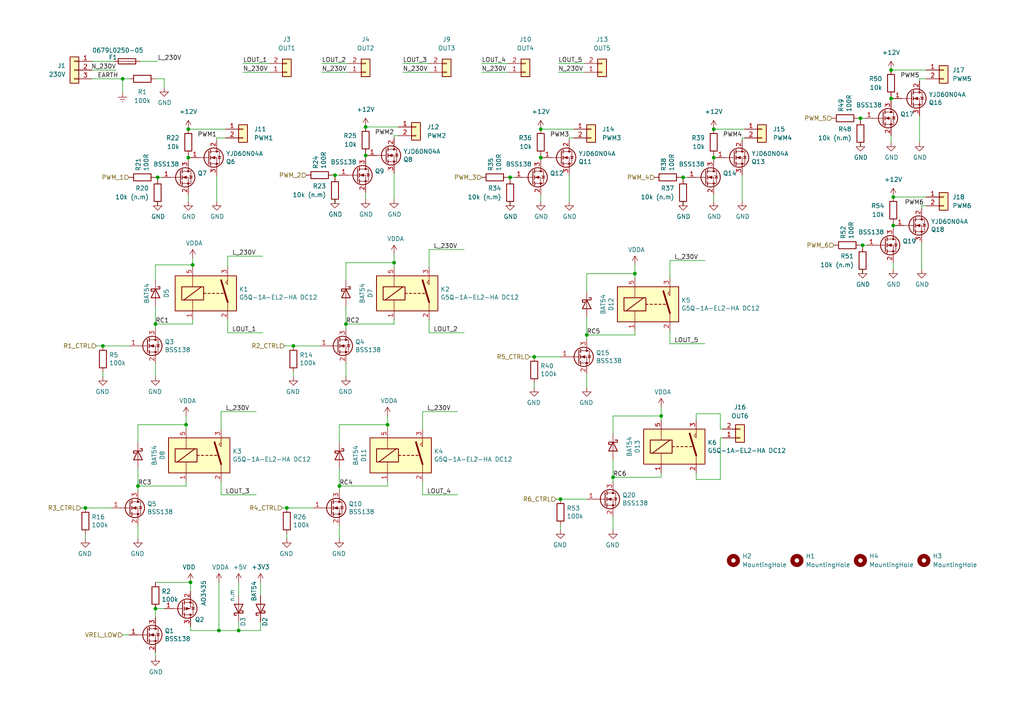
<source format=kicad_sch>
(kicad_sch (version 20211123) (generator eeschema)
  (paper "A4")
  (lib_symbols
    (symbol "Connector_Generic:Conn_01x02" (pin_names (offset 1.016) hide)
      (property "Reference" "J" (at 0 2.54 0))
      (property "Value" "Conn_01x02" (at 0 -5.08 0))
      (symbol "Conn_01x02_1_1"
        (pin passive line (at -5.08 0 0) (length 3.81) (name "Pin_1") (number "1"))
        (pin passive line (at -5.08 -2.54 0) (length 3.81) (name "Pin_2") (number "2"))
      )
    )
    (symbol "Connector_Generic:Conn_01x03" (pin_names (offset 1.016) hide)
      (property "Reference" "J" (at 0 5.08 0))
      (property "Value" "Conn_01x03" (at 0 -5.08 0))
      (symbol "Conn_01x03_1_1"
        (pin passive line (at -5.08 2.54 0) (length 3.81) (name "Pin_1") (number "1"))
        (pin passive line (at -5.08 0 0) (length 3.81) (name "Pin_2") (number "2"))
        (pin passive line (at -5.08 -2.54 0) (length 3.81) (name "Pin_3") (number "3"))
      )
    )
    (symbol "Device:Fuse" (pin_numbers hide) (pin_names (offset 0))
      (property "Reference" "F" (at 2.032 0 90))
      (property "Value" "Fuse" (at -1.905 0 90))
      (symbol "Fuse_1_1"
        (pin passive line (at 0 3.81 270) (length 1.27) (name "~") (number "1"))
        (pin passive line (at 0 -3.81 90) (length 1.27) (name "~") (number "2"))
      )
    )
    (symbol "Device:R" (pin_numbers hide) (pin_names (offset 0))
      (property "Reference" "R" (at 2.032 0 90))
      (property "Value" "R" (at 0 0 90))
      (symbol "R_1_1"
        (pin passive line (at 0 3.81 270) (length 1.27) (name "~") (number "1"))
        (pin passive line (at 0 -3.81 90) (length 1.27) (name "~") (number "2"))
      )
    )
    (symbol "Diode:BAR43FILM" (pin_numbers hide) (pin_names (offset 1.016) hide)
      (property "Reference" "D" (at 0 2.54 0))
      (property "Value" "BAR43FILM" (at 0 -2.54 0))
      (symbol "BAR43FILM_1_1"
        (pin passive line (at 3.81 0 180) (length 2.54) (name "A") (number "1"))
        (pin no_connect line (at 3.81 2.54 180) (length 2.54) hide (name "NC") (number "2"))
        (pin passive line (at -3.81 0 0) (length 2.54) (name "K") (number "3"))
      )
    )
    (symbol "Mechanical:MountingHole" (pin_names (offset 1.016))
      (property "Reference" "H" (at 0 5.08 0))
      (property "Value" "MountingHole" (at 0 3.175 0))
    )
    (symbol "Relay:G5Q-1A"
      (property "Reference" "K" (at 8.89 3.81 0))
      (property "Value" "G5Q-1A" (at 8.89 1.27 0))
      (symbol "G5Q-1A_1_1"
        (pin passive line (at -5.08 -7.62 90) (length 2.54) (name "~") (number "1"))
        (pin passive line (at 5.08 -7.62 90) (length 2.54) (name "~") (number "2"))
        (pin passive line (at 5.08 7.62 270) (length 2.54) (name "~") (number "3"))
        (pin passive line (at -5.08 7.62 270) (length 2.54) (name "~") (number "5"))
      )
    )
    (symbol "Transistor_FET:BSS138" (pin_names hide)
      (property "Reference" "Q" (at 5.08 1.905 0))
      (property "Value" "BSS138" (at 5.08 0 0))
      (symbol "BSS138_1_1"
        (pin input line (at -5.08 0 0) (length 2.54) (name "G") (number "1"))
        (pin passive line (at 2.54 -5.08 90) (length 2.54) (name "S") (number "2"))
        (pin passive line (at 2.54 5.08 270) (length 2.54) (name "D") (number "3"))
      )
    )
    (symbol "Transistor_FET:BSS84" (pin_names hide)
      (property "Reference" "Q" (at 5.08 1.905 0))
      (property "Value" "BSS84" (at 5.08 0 0))
      (symbol "BSS84_1_1"
        (pin input line (at -5.08 0 0) (length 2.54) (name "G") (number "1"))
        (pin passive line (at 2.54 -5.08 90) (length 2.54) (name "S") (number "2"))
        (pin passive line (at 2.54 5.08 270) (length 2.54) (name "D") (number "3"))
      )
    )
    (symbol "Transistor_FET:IRLIZ44N" (pin_names hide)
      (property "Reference" "Q" (at 6.35 1.905 0))
      (property "Value" "IRLIZ44N" (at 6.35 0 0))
      (symbol "IRLIZ44N_1_1"
        (pin input line (at -5.08 0 0) (length 2.54) (name "G") (number "1"))
        (pin passive line (at 2.54 5.08 270) (length 2.54) (name "D") (number "2"))
        (pin passive line (at 2.54 -5.08 90) (length 2.54) (name "S") (number "3"))
      )
    )
    (symbol "power:+12V" (power) (pin_names (offset 0))
      (property "Value" "+12V" (at 0 3.556 0))
      (symbol "+12V_1_1"
        (pin power_in line (at 0 0 90) (length 0) hide (name "+12V") (number "1"))
      )
    )
    (symbol "power:+3V3" (power) (pin_names (offset 0))
      (property "Value" "+3V3" (at 0 3.556 0))
      (symbol "+3V3_1_1"
        (pin power_in line (at 0 0 90) (length 0) hide (name "+3V3") (number "1"))
      )
    )
    (symbol "power:+5V" (power) (pin_names (offset 0))
      (property "Value" "+5V" (at 0 3.556 0))
      (symbol "+5V_1_1"
        (pin power_in line (at 0 0 90) (length 0) hide (name "+5V") (number "1"))
      )
    )
    (symbol "power:Earth" (power) (pin_names (offset 0))
      (symbol "Earth_1_1"
        (pin power_in line (at 0 0 270) (length 0) hide (name "Earth") (number "1"))
      )
    )
    (symbol "power:GND" (power) (pin_names (offset 0))
      (property "Value" "GND" (at 0 -3.81 0))
      (symbol "GND_1_1"
        (pin power_in line (at 0 0 270) (length 0) hide (name "GND") (number "1"))
      )
    )
    (symbol "power:VDD" (power) (pin_names (offset 0))
      (property "Value" "VDD" (at 0 3.81 0))
      (symbol "VDD_1_1"
        (pin power_in line (at 0 0 90) (length 0) hide (name "VDD") (number "1"))
      )
    )
    (symbol "power:VDDA" (power) (pin_names (offset 0))
      (property "Value" "VDDA" (at 0 3.81 0))
      (symbol "VDDA_1_1"
        (pin power_in line (at 0 0 90) (length 0) hide (name "VDDA") (number "1"))
      )
    )
  )
  (junction (at 154.94 103.505))
  (junction (at 24.765 147.32))
  (junction (at 191.77 120.65))
  (junction (at 162.56 144.78))
  (junction (at 177.8 138.43))
  (junction (at 259.08 57.15))
  (junction (at 98.425 140.97))
  (junction (at 250.19 71.12))
  (junction (at 55.245 168.91))
  (junction (at 55.88 76.835))
  (junction (at 69.215 182.88))
  (junction (at 54.61 45.72))
  (junction (at 29.845 100.33))
  (junction (at 45.085 176.53))
  (junction (at 258.445 20.32))
  (junction (at 100.33 93.98))
  (junction (at 198.12 51.435))
  (junction (at 45.72 51.435))
  (junction (at 114.3 76.2))
  (junction (at 258.445 28.575))
  (junction (at 35.56 22.86))
  (junction (at 97.155 50.8))
  (junction (at 106.045 45.085))
  (junction (at 207.01 37.465))
  (junction (at 249.555 34.29))
  (junction (at 85.09 100.33))
  (junction (at 83.185 147.32))
  (junction (at 207.01 45.72))
  (junction (at 147.955 51.435))
  (junction (at 170.18 97.155))
  (junction (at 156.845 37.465))
  (junction (at 54.61 37.465))
  (junction (at 63.5 182.88))
  (junction (at 53.975 123.19))
  (junction (at 184.15 79.375))
  (junction (at 40.005 140.97))
  (junction (at 259.08 65.405))
  (junction (at 45.085 93.98))
  (junction (at 112.395 123.19))
  (junction (at 106.045 36.83))
  (junction (at 156.845 45.72))
  (wire (pts (xy 177.8 125.73) (xy 177.8 120.65)))
  (wire (pts (xy 194.31 95.885) (xy 194.31 99.695)))
  (wire (pts (xy 207.01 58.42) (xy 207.01 56.515)))
  (wire (pts (xy 29.845 109.22) (xy 29.845 107.95)))
  (wire (pts (xy 191.77 120.65) (xy 177.8 120.65)))
  (wire (pts (xy 201.93 137.16) (xy 201.93 139.065)))
  (wire (pts (xy 147.955 51.435) (xy 147.955 52.07)))
  (wire (pts (xy 116.84 20.955) (xy 124.46 20.955)))
  (wire (pts (xy 23.495 147.32) (xy 24.765 147.32)))
  (wire (pts (xy 55.245 168.91) (xy 55.245 171.45)))
  (wire (pts (xy 116.84 18.415) (xy 124.46 18.415)))
  (wire (pts (xy 194.31 75.565) (xy 194.31 80.645)))
  (wire (pts (xy 64.135 139.7) (xy 64.135 143.51)))
  (wire (pts (xy 45.085 168.91) (xy 55.245 168.91)))
  (wire (pts (xy 100.33 81.28) (xy 100.33 76.2)))
  (wire (pts (xy 98.425 140.97) (xy 112.395 140.97)))
  (wire (pts (xy 177.8 139.7) (xy 177.8 138.43)))
  (wire (pts (xy 161.29 144.78) (xy 162.56 144.78)))
  (wire (pts (xy 184.15 79.375) (xy 170.18 79.375)))
  (wire (pts (xy 66.04 96.52) (xy 76.2 96.52)))
  (wire (pts (xy 82.55 100.33) (xy 85.09 100.33)))
  (wire (pts (xy 249.555 34.29) (xy 250.825 34.29)))
  (wire (pts (xy 165.1 40.005) (xy 165.1 40.64)))
  (wire (pts (xy 166.37 40.005) (xy 165.1 40.005)))
  (wire (pts (xy 70.485 20.955) (xy 78.105 20.955)))
  (wire (pts (xy 201.93 120.015) (xy 201.93 121.92)))
  (wire (pts (xy 156.845 45.085) (xy 156.845 45.72)))
  (wire (pts (xy 55.245 181.61) (xy 55.245 182.88)))
  (wire (pts (xy 54.61 58.42) (xy 54.61 56.515)))
  (wire (pts (xy 201.93 139.065) (xy 208.915 139.065)))
  (wire (pts (xy 100.33 93.98) (xy 114.3 93.98)))
  (wire (pts (xy 250.19 71.12) (xy 249.555 71.12)))
  (wire (pts (xy 45.085 93.98) (xy 55.88 93.98)))
  (wire (pts (xy 33.655 20.32) (xy 26.67 20.32)))
  (wire (pts (xy 55.88 93.98) (xy 55.88 92.71)))
  (wire (pts (xy 249.555 34.29) (xy 249.555 34.925)))
  (wire (pts (xy 114.3 76.2) (xy 114.3 73.66)))
  (wire (pts (xy 97.155 50.8) (xy 96.52 50.8)))
  (wire (pts (xy 177.8 138.43) (xy 191.77 138.43)))
  (wire (pts (xy 139.7 18.415) (xy 147.32 18.415)))
  (wire (pts (xy 98.425 128.27) (xy 98.425 123.19)))
  (wire (pts (xy 66.04 92.71) (xy 66.04 96.52)))
  (wire (pts (xy 215.9 40.005) (xy 215.265 40.005)))
  (wire (pts (xy 153.67 103.505) (xy 154.94 103.505)))
  (wire (pts (xy 259.08 64.77) (xy 259.08 65.405)))
  (wire (pts (xy 45.085 93.98) (xy 45.085 88.9)))
  (wire (pts (xy 162.56 144.78) (xy 170.18 144.78)))
  (wire (pts (xy 122.555 119.38) (xy 132.715 119.38)))
  (wire (pts (xy 162.56 153.67) (xy 162.56 152.4)))
  (wire (pts (xy 156.845 45.72) (xy 156.845 46.355)))
  (wire (pts (xy 207.01 45.72) (xy 207.01 46.355)))
  (wire (pts (xy 97.155 59.055) (xy 97.155 57.785)))
  (wire (pts (xy 124.46 96.52) (xy 134.62 96.52)))
  (wire (pts (xy 124.46 92.71) (xy 124.46 96.52)))
  (wire (pts (xy 53.975 123.19) (xy 53.975 120.65)))
  (wire (pts (xy 161.925 20.955) (xy 169.545 20.955)))
  (wire (pts (xy 258.445 28.575) (xy 259.08 28.575)))
  (wire (pts (xy 250.19 79.375) (xy 250.19 78.105)))
  (wire (pts (xy 156.845 45.72) (xy 157.48 45.72)))
  (wire (pts (xy 112.395 124.46) (xy 112.395 123.19)))
  (wire (pts (xy 266.7 33.655) (xy 266.7 41.275)))
  (wire (pts (xy 115.57 39.37) (xy 114.3 39.37)))
  (wire (pts (xy 45.085 176.53) (xy 47.625 176.53)))
  (wire (pts (xy 45.72 51.435) (xy 45.085 51.435)))
  (wire (pts (xy 170.18 108.585) (xy 170.18 112.395)))
  (wire (pts (xy 35.56 22.86) (xy 26.67 22.86)))
  (wire (pts (xy 259.08 57.15) (xy 268.605 57.15)))
  (wire (pts (xy 112.395 123.19) (xy 98.425 123.19)))
  (wire (pts (xy 53.975 140.97) (xy 53.975 139.7)))
  (wire (pts (xy 75.565 168.91) (xy 75.565 172.72)))
  (wire (pts (xy 266.7 22.86) (xy 266.7 23.495)))
  (wire (pts (xy 258.445 20.32) (xy 268.605 20.32)))
  (wire (pts (xy 114.3 76.2) (xy 100.33 76.2)))
  (wire (pts (xy 258.445 28.575) (xy 258.445 29.21)))
  (wire (pts (xy 124.46 72.39) (xy 124.46 77.47)))
  (wire (pts (xy 267.335 70.485) (xy 267.335 78.105)))
  (wire (pts (xy 106.045 44.45) (xy 106.045 45.085)))
  (wire (pts (xy 62.865 50.8) (xy 62.865 58.42)))
  (wire (pts (xy 122.555 143.51) (xy 132.715 143.51)))
  (wire (pts (xy 184.15 97.155) (xy 184.15 95.885)))
  (wire (pts (xy 215.265 50.8) (xy 215.265 58.42)))
  (wire (pts (xy 122.555 139.7) (xy 122.555 143.51)))
  (wire (pts (xy 47.625 22.86) (xy 47.625 25.4)))
  (wire (pts (xy 258.445 27.94) (xy 258.445 28.575)))
  (wire (pts (xy 194.31 75.565) (xy 204.47 75.565)))
  (wire (pts (xy 53.975 123.19) (xy 40.005 123.19)))
  (wire (pts (xy 156.845 58.42) (xy 156.845 56.515)))
  (wire (pts (xy 100.33 105.41) (xy 100.33 109.22)))
  (wire (pts (xy 154.94 112.395) (xy 154.94 111.125)))
  (wire (pts (xy 54.61 45.085) (xy 54.61 45.72)))
  (wire (pts (xy 249.555 34.29) (xy 248.92 34.29)))
  (wire (pts (xy 45.085 95.25) (xy 45.085 93.98)))
  (wire (pts (xy 24.765 156.21) (xy 24.765 154.94)))
  (wire (pts (xy 191.77 138.43) (xy 191.77 137.16)))
  (wire (pts (xy 198.12 59.69) (xy 198.12 58.42)))
  (wire (pts (xy 208.915 124.46) (xy 209.55 124.46)))
  (wire (pts (xy 45.72 51.435) (xy 46.99 51.435)))
  (wire (pts (xy 106.045 36.83) (xy 115.57 36.83)))
  (wire (pts (xy 208.915 124.46) (xy 208.915 120.015)))
  (wire (pts (xy 250.19 71.12) (xy 250.19 71.755)))
  (wire (pts (xy 81.915 147.32) (xy 83.185 147.32)))
  (wire (pts (xy 66.04 74.295) (xy 76.2 74.295)))
  (wire (pts (xy 27.94 100.33) (xy 29.845 100.33)))
  (wire (pts (xy 124.46 72.39) (xy 134.62 72.39)))
  (wire (pts (xy 98.425 140.97) (xy 98.425 135.89)))
  (wire (pts (xy 35.56 184.15) (xy 37.465 184.15)))
  (wire (pts (xy 55.245 182.88) (xy 63.5 182.88)))
  (wire (pts (xy 156.845 37.465) (xy 166.37 37.465)))
  (wire (pts (xy 114.3 39.37) (xy 114.3 40.005)))
  (wire (pts (xy 64.135 143.51) (xy 74.295 143.51)))
  (wire (pts (xy 45.085 179.07) (xy 45.085 176.53)))
  (wire (pts (xy 198.12 51.435) (xy 199.39 51.435)))
  (wire (pts (xy 106.045 45.085) (xy 106.045 45.72)))
  (wire (pts (xy 55.88 76.835) (xy 45.085 76.835)))
  (wire (pts (xy 70.485 18.415) (xy 78.105 18.415)))
  (wire (pts (xy 139.7 20.955) (xy 147.32 20.955)))
  (wire (pts (xy 191.77 120.65) (xy 191.77 118.11)))
  (wire (pts (xy 54.61 45.72) (xy 54.61 46.355)))
  (wire (pts (xy 45.72 59.69) (xy 45.72 58.42)))
  (wire (pts (xy 250.19 71.12) (xy 251.46 71.12)))
  (wire (pts (xy 93.345 18.415) (xy 100.965 18.415)))
  (wire (pts (xy 268.605 59.69) (xy 267.335 59.69)))
  (wire (pts (xy 184.15 79.375) (xy 184.15 76.835)))
  (wire (pts (xy 69.215 168.91) (xy 69.215 172.72)))
  (wire (pts (xy 106.045 45.085) (xy 106.68 45.085)))
  (wire (pts (xy 177.8 138.43) (xy 177.8 133.35)))
  (wire (pts (xy 40.005 140.97) (xy 40.005 135.89)))
  (wire (pts (xy 147.955 51.435) (xy 149.225 51.435)))
  (wire (pts (xy 63.5 168.91) (xy 63.5 182.88)))
  (wire (pts (xy 259.08 65.405) (xy 259.08 66.04)))
  (wire (pts (xy 83.185 147.32) (xy 90.805 147.32)))
  (wire (pts (xy 191.77 121.92) (xy 191.77 120.65)))
  (wire (pts (xy 97.155 50.8) (xy 98.425 50.8)))
  (wire (pts (xy 62.865 40.005) (xy 62.865 40.64)))
  (wire (pts (xy 114.3 50.165) (xy 114.3 57.785)))
  (wire (pts (xy 267.335 59.69) (xy 267.335 60.325)))
  (wire (pts (xy 114.3 93.98) (xy 114.3 92.71)))
  (wire (pts (xy 69.215 182.88) (xy 75.565 182.88)))
  (wire (pts (xy 170.18 97.155) (xy 170.18 92.075)))
  (wire (pts (xy 64.135 119.38) (xy 74.295 119.38)))
  (wire (pts (xy 208.915 127) (xy 208.915 139.065)))
  (wire (pts (xy 112.395 140.97) (xy 112.395 139.7)))
  (wire (pts (xy 35.56 22.86) (xy 37.465 22.86)))
  (wire (pts (xy 98.425 142.24) (xy 98.425 140.97)))
  (wire (pts (xy 177.8 149.86) (xy 177.8 153.67)))
  (wire (pts (xy 165.1 50.8) (xy 165.1 58.42)))
  (wire (pts (xy 29.845 100.33) (xy 37.465 100.33)))
  (wire (pts (xy 194.31 99.695) (xy 204.47 99.695)))
  (wire (pts (xy 64.135 119.38) (xy 64.135 124.46)))
  (wire (pts (xy 66.04 74.295) (xy 66.04 77.47)))
  (wire (pts (xy 85.09 100.33) (xy 92.71 100.33)))
  (wire (pts (xy 40.005 142.24) (xy 40.005 140.97)))
  (wire (pts (xy 249.555 42.545) (xy 249.555 41.275)))
  (wire (pts (xy 54.61 45.72) (xy 55.245 45.72)))
  (wire (pts (xy 55.88 77.47) (xy 55.88 76.835)))
  (wire (pts (xy 45.085 81.28) (xy 45.085 76.835)))
  (wire (pts (xy 258.445 41.275) (xy 258.445 39.37)))
  (wire (pts (xy 93.345 20.955) (xy 100.965 20.955)))
  (wire (pts (xy 207.01 45.72) (xy 207.645 45.72)))
  (wire (pts (xy 268.605 22.86) (xy 266.7 22.86)))
  (wire (pts (xy 147.955 51.435) (xy 147.32 51.435)))
  (wire (pts (xy 207.01 37.465) (xy 215.9 37.465)))
  (wire (pts (xy 98.425 152.4) (xy 98.425 156.21)))
  (wire (pts (xy 40.005 128.27) (xy 40.005 123.19)))
  (wire (pts (xy 97.155 50.8) (xy 97.155 51.435)))
  (wire (pts (xy 55.88 74.93) (xy 55.88 76.835)))
  (wire (pts (xy 198.12 51.435) (xy 197.485 51.435)))
  (wire (pts (xy 100.33 93.98) (xy 100.33 88.9)))
  (wire (pts (xy 122.555 119.38) (xy 122.555 124.46)))
  (wire (pts (xy 154.94 103.505) (xy 162.56 103.505)))
  (wire (pts (xy 170.18 98.425) (xy 170.18 97.155)))
  (wire (pts (xy 170.18 84.455) (xy 170.18 79.375)))
  (wire (pts (xy 161.925 18.415) (xy 169.545 18.415)))
  (wire (pts (xy 40.005 152.4) (xy 40.005 156.21)))
  (wire (pts (xy 53.975 124.46) (xy 53.975 123.19)))
  (wire (pts (xy 63.5 182.88) (xy 69.215 182.88)))
  (wire (pts (xy 35.56 22.86) (xy 35.56 26.924)))
  (wire (pts (xy 207.01 45.085) (xy 207.01 45.72)))
  (wire (pts (xy 33.02 17.78) (xy 26.67 17.78)))
  (wire (pts (xy 259.08 78.105) (xy 259.08 76.2)))
  (wire (pts (xy 170.18 97.155) (xy 184.15 97.155)))
  (wire (pts (xy 65.405 40.005) (xy 62.865 40.005)))
  (wire (pts (xy 112.395 123.19) (xy 112.395 120.65)))
  (wire (pts (xy 85.09 109.22) (xy 85.09 107.95)))
  (wire (pts (xy 69.215 180.34) (xy 69.215 182.88)))
  (wire (pts (xy 147.955 59.69) (xy 147.955 58.42)))
  (wire (pts (xy 208.915 127) (xy 209.55 127)))
  (wire (pts (xy 24.765 147.32) (xy 32.385 147.32)))
  (wire (pts (xy 45.085 190.5) (xy 45.085 189.23)))
  (wire (pts (xy 259.08 65.405) (xy 259.715 65.405)))
  (wire (pts (xy 83.185 156.21) (xy 83.185 154.94)))
  (wire (pts (xy 198.12 51.435) (xy 198.12 52.07)))
  (wire (pts (xy 114.3 77.47) (xy 114.3 76.2)))
  (wire (pts (xy 40.005 140.97) (xy 53.975 140.97)))
  (wire (pts (xy 40.64 17.78) (xy 45.72 17.78)))
  (wire (pts (xy 184.15 80.645) (xy 184.15 79.375)))
  (wire (pts (xy 106.045 57.785) (xy 106.045 55.88)))
  (wire (pts (xy 100.33 95.25) (xy 100.33 93.98)))
  (wire (pts (xy 201.93 120.015) (xy 208.915 120.015)))
  (wire (pts (xy 45.085 22.86) (xy 47.625 22.86)))
  (wire (pts (xy 54.61 37.465) (xy 65.405 37.465)))
  (wire (pts (xy 215.265 40.005) (xy 215.265 40.64)))
  (wire (pts (xy 45.085 105.41) (xy 45.085 109.22)))
  (wire (pts (xy 45.72 51.435) (xy 45.72 52.07)))
  (wire (pts (xy 75.565 180.34) (xy 75.565 182.88)))
  (label "PWM2" (at 114.3 39.37 180))
  (label "N_230V" (at 93.345 20.955 0))
  (label "L_230V" (at 65.405 119.38 0))
  (label "RC5" (at 170.18 97.155 0))
  (label "LOUT_2" (at 93.345 18.415 0))
  (label "PWM3" (at 165.1 40.005 180))
  (label "LOUT_3" (at 65.405 143.51 0))
  (label "PWM6" (at 267.97 59.69 180))
  (label "LOUT_2" (at 125.73 96.52 0))
  (label "LOUT_4" (at 123.825 143.51 0))
  (label "LOUT_1" (at 67.31 96.52 0))
  (label "PWM5" (at 266.7 22.86 180))
  (label "L_230V" (at 123.825 119.38 0))
  (label "LOUT_5" (at 161.925 18.415 0))
  (label "N_230V" (at 70.485 20.955 0))
  (label "L_230V" (at 67.31 74.295 0))
  (label "RC3" (at 40.005 140.97 0))
  (label "RC6" (at 177.8 138.43 0))
  (label "LOUT_5" (at 195.58 99.695 0))
  (label "LOUT_3" (at 116.84 18.415 0))
  (label "LOUT_1" (at 70.485 18.415 0))
  (label "LOUT_4" (at 139.7 18.415 0))
  (label "EARTH" (at 34.29 22.86 180))
  (label "L_230V" (at 125.73 72.39 0))
  (label "N_230V" (at 161.925 20.955 0))
  (label "PWM4" (at 215.265 40.005 180))
  (label "RC4" (at 98.425 140.97 0))
  (label "RC2" (at 100.33 93.98 0))
  (label "L_230V" (at 195.58 75.565 0))
  (label "N_230V" (at 116.84 20.955 0))
  (label "PWM1" (at 62.865 40.005 180))
  (label "N_230V" (at 33.655 20.32 180))
  (label "N_230V" (at 139.7 20.955 0))
  (label "L_230V" (at 45.72 17.78 0))
  (label "RC1" (at 45.085 93.98 0))
  (hierarchical_label "PWM_6" (shape input) (at 241.935 71.12 180))
  (hierarchical_label "R6_CTRL" (shape input) (at 161.29 144.78 180))
  (hierarchical_label "PWM_5" (shape input) (at 241.3 34.29 180))
  (hierarchical_label "R3_CTRL" (shape input) (at 23.495 147.32 180))
  (hierarchical_label "PWM_3" (shape input) (at 139.7 51.435 180))
  (hierarchical_label "R1_CTRL" (shape input) (at 27.94 100.33 180))
  (hierarchical_label "R2_CTRL" (shape input) (at 82.55 100.33 180))
  (hierarchical_label "R4_CTRL" (shape input) (at 81.915 147.32 180))
  (hierarchical_label "VREL_LOW" (shape input) (at 35.56 184.15 180))
  (hierarchical_label "PWM_1" (shape input) (at 37.465 51.435 180))
  (hierarchical_label "R5_CTRL" (shape input) (at 153.67 103.505 180))
  (hierarchical_label "PWM_2" (shape input) (at 88.9 50.8 180))
  (hierarchical_label "PWM_4" (shape input) (at 189.865 51.435 180))
  (symbol (lib_id "power:VDDA") (at 55.88 74.93 0) (unit 1)
    (property "Reference" "#PWR0179" (effects hide))
    (property "Value" "VDDA" (at 56.3118 70.5358 0))
  )
  (symbol (lib_id "power:GND") (at 165.1 58.42 0) (unit 1)
    (property "Reference" "#PWR0157" (effects hide))
    (property "Value" "GND" (at 165.227 62.8142 0))
  )
  (symbol (lib_id "power:GND") (at 29.845 109.22 0) (mirror y) (unit 1)
    (property "Reference" "#PWR0182" (effects hide))
    (property "Value" "GND" (at 29.718 113.6142 0))
  )
  (symbol (lib_id "Relay:G5Q-1A") (at 189.23 88.265 0) (unit 1)
    (property "Reference" "K5" (at 197.612 87.0966 0) (effects (justify left)))
    (property "Value" "G5Q-1A-EL2-HA DC12" (at 197.612 89.408 0) (effects (justify left)))
    (property "Footprint" "SIM:Relay_SPST_Omron-G5Q-1A-sst_pf" (effects hide))
    (property "Datasheet" "https://www.omron.com/ecb/products/pdf/en-g5q.pdf" (effects hide))
  )
  (symbol (lib_id "Connector_Generic:Conn_01x02") (at 120.65 36.83 0) (unit 1)
    (property "Reference" "J12" (at 123.825 36.8299 0) (effects (justify left)))
    (property "Value" "PWM2" (at 123.825 39.3699 0) (effects (justify left)))
    (property "Footprint" "Connector_JST:JST_XH_B2B-XH-A_1x02_P2.50mm_Vertical" (effects hide))
  )
  (symbol (lib_id "power:GND") (at 47.625 25.4 0) (unit 1)
    (property "Reference" "#PWR0222" (effects hide))
    (property "Value" "GND" (at 47.752 29.7942 0))
  )
  (symbol (lib_id "Mechanical:MountingHole") (at 249.555 162.56 0) (unit 1)
    (property "Reference" "H4" (at 252.095 161.2899 0) (effects (justify left)))
    (property "Value" "MountingHole" (at 252.095 163.8299 0) (effects (justify left)))
    (property "Footprint" "MountingHole:MountingHole_3.2mm_M3_Pad" (effects hide))
  )
  (symbol (lib_id "power:GND") (at 250.19 78.105 0) (unit 1)
    (property "Reference" "#PWR0166" (effects hide))
    (property "Value" "GND" (at 250.317 82.4992 0))
  )
  (symbol (lib_id "power:GND") (at 154.94 112.395 0) (mirror y) (unit 1)
    (property "Reference" "#PWR0162" (effects hide))
    (property "Value" "GND" (at 154.813 116.7892 0))
  )
  (symbol (lib_id "Device:R") (at 24.765 151.13 0) (unit 1)
    (property "Reference" "R16" (at 26.543 149.9616 0) (effects (justify left)))
    (property "Value" "100k" (at 26.543 152.273 0) (effects (justify left)))
    (property "Footprint" "Resistor_SMD:R_0603_1608Metric_Pad0.98x0.95mm_HandSolder" (effects hide))
  )
  (symbol (lib_id "Connector_Generic:Conn_01x02") (at 273.685 20.32 0) (unit 1)
    (property "Reference" "J17" (at 276.225 20.3199 0) (effects (justify left)))
    (property "Value" "PWM5" (at 276.225 22.8599 0) (effects (justify left)))
    (property "Footprint" "Connector_JST:JST_XH_B2B-XH-A_1x02_P2.50mm_Vertical" (effects hide))
  )
  (symbol (lib_id "Transistor_FET:BSS84") (at 52.705 176.53 0) (mirror x) (unit 1)
    (property "Reference" "Q2" (at 56.515 179.705 0) (effects (justify left)))
    (property "Value" "AO3435" (at 59.055 168.275 90) (effects (justify left)))
    (property "Footprint" "Package_TO_SOT_SMD:SOT-23" (effects hide))
    (property "Datasheet" "http://assets.nexperia.com/documents/data-sheet/BSS84.pdf" (effects hide))
  )
  (symbol (lib_id "power:GND") (at 100.33 109.22 0) (mirror y) (unit 1)
    (property "Reference" "#PWR0173" (effects hide))
    (property "Value" "GND" (at 100.203 113.6142 0))
  )
  (symbol (lib_id "Device:R") (at 245.745 71.12 90) (unit 1)
    (property "Reference" "R52" (at 244.5766 69.342 0) (effects (justify left)))
    (property "Value" "100R" (at 246.888 69.342 0) (effects (justify left)))
    (property "Footprint" "Resistor_SMD:R_0603_1608Metric_Pad0.98x0.95mm_HandSolder" (effects hide))
  )
  (symbol (lib_id "power:VDDA") (at 112.395 120.65 0) (unit 1)
    (property "Reference" "#PWR0174" (effects hide))
    (property "Value" "VDDA" (at 112.8268 116.2558 0))
  )
  (symbol (lib_id "power:+12V") (at 258.445 20.32 0) (unit 1)
    (property "Reference" "#PWR0150" (effects hide))
    (property "Value" "+12V" (at 258.445 15.24 0))
  )
  (symbol (lib_id "power:GND") (at 83.185 156.21 0) (mirror y) (unit 1)
    (property "Reference" "#PWR0175" (effects hide))
    (property "Value" "GND" (at 83.058 160.6042 0))
  )
  (symbol (lib_id "power:GND") (at 156.845 58.42 0) (unit 1)
    (property "Reference" "#PWR0159" (effects hide))
    (property "Value" "GND" (at 156.972 62.8142 0))
  )
  (symbol (lib_id "Connector_Generic:Conn_01x02") (at 174.625 20.955 0) (mirror x) (unit 1)
    (property "Reference" "J13" (at 174.625 11.43 0))
    (property "Value" "OUT5" (at 174.625 13.97 0))
    (property "Footprint" "Connector_Phoenix_MC:PhoenixContact_MCV_1,5_2-G-3.5_1x02_P3.50mm_Vertical" (effects hide))
  )
  (symbol (lib_id "Transistor_FET:BSS138") (at 52.07 51.435 0) (unit 1)
    (property "Reference" "Q7" (at 57.277 50.2666 0) (effects (justify left)))
    (property "Value" "BSS138" (at 44.45 47.625 0) (effects (justify left)))
    (property "Footprint" "Package_TO_SOT_SMD:SOT-23" (effects hide))
    (property "Datasheet" "https://www.fairchildsemi.com/datasheets/BS/BSS138.pdf" (effects hide))
  )
  (symbol (lib_id "power:VDD") (at 55.245 168.91 0) (mirror y) (unit 1)
    (property "Reference" "#PWR0190" (effects hide))
    (property "Value" "VDD" (at 54.8132 164.5158 0))
  )
  (symbol (lib_id "Device:R") (at 250.19 75.565 180) (unit 1)
    (property "Reference" "R51" (at 247.65 74.2949 0) (effects (justify left)))
    (property "Value" "10k (n.m)" (at 247.65 76.8349 0) (effects (justify left)))
    (property "Footprint" "Resistor_SMD:R_0603_1608Metric_Pad0.98x0.95mm_HandSolder" (effects hide))
  )
  (symbol (lib_id "power:VDDA") (at 53.975 120.65 0) (unit 1)
    (property "Reference" "#PWR0184" (effects hide))
    (property "Value" "VDDA" (at 54.4068 116.2558 0))
  )
  (symbol (lib_id "power:GND") (at 177.8 153.67 0) (mirror y) (unit 1)
    (property "Reference" "#PWR0164" (effects hide))
    (property "Value" "GND" (at 177.673 158.0642 0))
  )
  (symbol (lib_id "power:GND") (at 40.005 156.21 0) (mirror y) (unit 1)
    (property "Reference" "#PWR0183" (effects hide))
    (property "Value" "GND" (at 39.878 160.6042 0))
  )
  (symbol (lib_id "Connector_Generic:Conn_01x02") (at 220.98 37.465 0) (unit 1)
    (property "Reference" "J15" (at 224.155 37.4649 0) (effects (justify left)))
    (property "Value" "PWM4" (at 224.155 40.0049 0) (effects (justify left)))
    (property "Footprint" "Connector_JST:JST_XH_B2B-XH-A_1x02_P2.50mm_Vertical" (effects hide))
  )
  (symbol (lib_id "Transistor_FET:BSS138") (at 154.305 51.435 0) (unit 1)
    (property "Reference" "Q12" (at 159.512 50.2666 0) (effects (justify left)))
    (property "Value" "BSS138" (at 146.685 47.625 0) (effects (justify left)))
    (property "Footprint" "Package_TO_SOT_SMD:SOT-23" (effects hide))
    (property "Datasheet" "https://www.fairchildsemi.com/datasheets/BS/BSS138.pdf" (effects hide))
  )
  (symbol (lib_id "power:GND") (at 198.12 58.42 0) (unit 1)
    (property "Reference" "#PWR0155" (effects hide))
    (property "Value" "GND" (at 198.247 62.8142 0))
  )
  (symbol (lib_id "Transistor_FET:BSS138") (at 37.465 147.32 0) (unit 1)
    (property "Reference" "Q5" (at 42.672 146.1516 0) (effects (justify left)))
    (property "Value" "BSS138" (at 42.672 148.463 0) (effects (justify left)))
    (property "Footprint" "Package_TO_SOT_SMD:SOT-23" (effects hide))
    (property "Datasheet" "https://www.fairchildsemi.com/datasheets/BS/BSS138.pdf" (effects hide))
  )
  (symbol (lib_id "Mechanical:MountingHole") (at 231.14 162.56 0) (unit 1)
    (property "Reference" "H1" (at 233.68 161.2899 0) (effects (justify left)))
    (property "Value" "MountingHole" (at 233.68 163.8299 0) (effects (justify left)))
    (property "Footprint" "MountingHole:MountingHole_3.2mm_M3_Pad" (effects hide))
  )
  (symbol (lib_id "power:GND") (at 62.865 58.42 0) (unit 1)
    (property "Reference" "#PWR0169" (effects hide))
    (property "Value" "GND" (at 62.992 62.8142 0))
  )
  (symbol (lib_id "power:GND") (at 45.085 190.5 0) (unit 1)
    (property "Reference" "#PWR0192" (effects hide))
    (property "Value" "GND" (at 45.212 194.8942 0))
  )
  (symbol (lib_id "power:GND") (at 249.555 41.275 0) (unit 1)
    (property "Reference" "#PWR0151" (effects hide))
    (property "Value" "GND" (at 249.682 45.6692 0))
  )
  (symbol (lib_id "Transistor_FET:BSS138") (at 42.545 100.33 0) (unit 1)
    (property "Reference" "Q3" (at 47.752 99.1616 0) (effects (justify left)))
    (property "Value" "BSS138" (at 47.752 101.473 0) (effects (justify left)))
    (property "Footprint" "Package_TO_SOT_SMD:SOT-23" (effects hide))
    (property "Datasheet" "https://www.fairchildsemi.com/datasheets/BS/BSS138.pdf" (effects hide))
  )
  (symbol (lib_id "Device:R") (at 41.275 51.435 90) (unit 1)
    (property "Reference" "R21" (at 40.1066 49.657 0) (effects (justify left)))
    (property "Value" "100R" (at 42.418 49.657 0) (effects (justify left)))
    (property "Footprint" "Resistor_SMD:R_0603_1608Metric_Pad0.98x0.95mm_HandSolder" (effects hide))
  )
  (symbol (lib_id "Connector_Generic:Conn_01x02") (at 70.485 37.465 0) (unit 1)
    (property "Reference" "J11" (at 73.66 37.4649 0) (effects (justify left)))
    (property "Value" "PWM1" (at 73.66 40.0049 0) (effects (justify left)))
    (property "Footprint" "Connector_JST:JST_XH_B2B-XH-A_1x02_P2.50mm_Vertical" (effects hide))
  )
  (symbol (lib_id "Device:R") (at 85.09 104.14 0) (unit 1)
    (property "Reference" "R14" (at 86.868 102.9716 0) (effects (justify left)))
    (property "Value" "100k" (at 86.868 105.283 0) (effects (justify left)))
    (property "Footprint" "Resistor_SMD:R_0603_1608Metric_Pad0.98x0.95mm_HandSolder" (effects hide))
  )
  (symbol (lib_id "Transistor_FET:IRLIZ44N") (at 60.325 45.72 0) (unit 1)
    (property "Reference" "Q6" (at 65.532 46.8884 0) (effects (justify left)))
    (property "Value" "YJD60N04A" (at 65.532 44.577 0) (effects (justify left)))
    (property "Footprint" "Package_TO_SOT_SMD:TO-252-2" (effects hide))
    (property "Datasheet" "http://www.irf.com/product-info/datasheets/data/irliz44n.pdf" (effects hide))
  )
  (symbol (lib_id "power:GND") (at 45.085 109.22 0) (mirror y) (unit 1)
    (property "Reference" "#PWR0180" (effects hide))
    (property "Value" "GND" (at 44.958 113.6142 0))
  )
  (symbol (lib_id "Mechanical:MountingHole") (at 212.725 162.56 0) (unit 1)
    (property "Reference" "H2" (at 215.265 161.2899 0) (effects (justify left)))
    (property "Value" "MountingHole" (at 215.265 163.8299 0) (effects (justify left)))
    (property "Footprint" "MountingHole:MountingHole_3.2mm_M3_Pad" (effects hide))
  )
  (symbol (lib_id "Device:R") (at 162.56 148.59 0) (unit 1)
    (property "Reference" "R53" (at 164.338 147.4216 0) (effects (justify left)))
    (property "Value" "100k" (at 164.338 149.733 0) (effects (justify left)))
    (property "Footprint" "Resistor_SMD:R_0603_1608Metric_Pad0.98x0.95mm_HandSolder" (effects hide))
  )
  (symbol (lib_id "power:GND") (at 106.045 57.785 0) (unit 1)
    (property "Reference" "#PWR0188" (effects hide))
    (property "Value" "GND" (at 106.172 62.1792 0))
  )
  (symbol (lib_id "Transistor_FET:BSS138") (at 167.64 103.505 0) (unit 1)
    (property "Reference" "Q15" (at 172.847 102.3366 0) (effects (justify left)))
    (property "Value" "BSS138" (at 172.847 104.648 0) (effects (justify left)))
    (property "Footprint" "Package_TO_SOT_SMD:SOT-23" (effects hide))
    (property "Datasheet" "https://www.fairchildsemi.com/datasheets/BS/BSS138.pdf" (effects hide))
  )
  (symbol (lib_id "power:VDDA") (at 114.3 73.66 0) (unit 1)
    (property "Reference" "#PWR0189" (effects hide))
    (property "Value" "VDDA" (at 114.7318 69.2658 0))
  )
  (symbol (lib_id "Device:R") (at 83.185 151.13 0) (unit 1)
    (property "Reference" "R26" (at 84.963 149.9616 0) (effects (justify left)))
    (property "Value" "100k" (at 84.963 152.273 0) (effects (justify left)))
    (property "Footprint" "Resistor_SMD:R_0603_1608Metric_Pad0.98x0.95mm_HandSolder" (effects hide))
  )
  (symbol (lib_id "Transistor_FET:BSS138") (at 175.26 144.78 0) (unit 1)
    (property "Reference" "Q20" (at 180.467 143.6116 0) (effects (justify left)))
    (property "Value" "BSS138" (at 180.467 145.923 0) (effects (justify left)))
    (property "Footprint" "Package_TO_SOT_SMD:SOT-23" (effects hide))
    (property "Datasheet" "https://www.fairchildsemi.com/datasheets/BS/BSS138.pdf" (effects hide))
  )
  (symbol (lib_id "Connector_Generic:Conn_01x02") (at 152.4 20.955 0) (mirror x) (unit 1)
    (property "Reference" "J10" (at 152.4 11.43 0))
    (property "Value" "OUT4" (at 152.4 13.97 0))
    (property "Footprint" "Connector_Phoenix_MC:PhoenixContact_MCV_1,5_2-G-3.5_1x02_P3.50mm_Vertical" (effects hide))
  )
  (symbol (lib_id "Transistor_FET:BSS138") (at 97.79 100.33 0) (unit 1)
    (property "Reference" "Q4" (at 102.997 99.1616 0) (effects (justify left)))
    (property "Value" "BSS138" (at 102.997 101.473 0) (effects (justify left)))
    (property "Footprint" "Package_TO_SOT_SMD:SOT-23" (effects hide))
    (property "Datasheet" "https://www.fairchildsemi.com/datasheets/BS/BSS138.pdf" (effects hide))
  )
  (symbol (lib_id "Transistor_FET:IRLIZ44N") (at 212.725 45.72 0) (unit 1)
    (property "Reference" "Q13" (at 217.932 46.8884 0) (effects (justify left)))
    (property "Value" "YJD60N04A" (at 217.932 44.577 0) (effects (justify left)))
    (property "Footprint" "Package_TO_SOT_SMD:TO-252-2" (effects hide))
    (property "Datasheet" "http://www.irf.com/product-info/datasheets/data/irliz44n.pdf" (effects hide))
  )
  (symbol (lib_id "power:GND") (at 215.265 58.42 0) (unit 1)
    (property "Reference" "#PWR0152" (effects hide))
    (property "Value" "GND" (at 215.392 62.8142 0))
  )
  (symbol (lib_id "Connector_Generic:Conn_01x02") (at 171.45 37.465 0) (unit 1)
    (property "Reference" "J14" (at 174.625 37.4649 0) (effects (justify left)))
    (property "Value" "PWM3" (at 174.625 40.0049 0) (effects (justify left)))
    (property "Footprint" "Connector_JST:JST_XH_B2B-XH-A_1x02_P2.50mm_Vertical" (effects hide))
  )
  (symbol (lib_id "power:GND") (at 170.18 112.395 0) (mirror y) (unit 1)
    (property "Reference" "#PWR0161" (effects hide))
    (property "Value" "GND" (at 170.053 116.7892 0))
  )
  (symbol (lib_id "Transistor_FET:IRLIZ44N") (at 264.795 65.405 0) (unit 1)
    (property "Reference" "Q18" (at 270.002 66.5734 0) (effects (justify left)))
    (property "Value" "YJD60N04A" (at 270.002 64.262 0) (effects (justify left)))
    (property "Footprint" "Package_TO_SOT_SMD:TO-252-2" (effects hide))
    (property "Datasheet" "http://www.irf.com/product-info/datasheets/data/irliz44n.pdf" (effects hide))
  )
  (symbol (lib_id "Device:R") (at 41.275 22.86 90) (unit 1)
    (property "Reference" "R1" (at 41.275 26.67 90))
    (property "Value" "100k" (at 41.275 29.21 90))
    (property "Footprint" "Resistor_SMD:R_0603_1608Metric_Pad0.98x0.95mm_HandSolder" (effects hide))
  )
  (symbol (lib_id "Relay:G5Q-1A") (at 60.96 85.09 0) (unit 1)
    (property "Reference" "K1" (at 69.342 83.9216 0) (effects (justify left)))
    (property "Value" "G5Q-1A-EL2-HA DC12" (at 69.342 86.233 0) (effects (justify left)))
    (property "Footprint" "SIM:Relay_SPST_Omron-G5Q-1A-sst_pf" (effects hide))
    (property "Datasheet" "https://www.omron.com/ecb/products/pdf/en-g5q.pdf" (effects hide))
  )
  (symbol (lib_id "power:GND") (at 85.09 109.22 0) (mirror y) (unit 1)
    (property "Reference" "#PWR0176" (effects hide))
    (property "Value" "GND" (at 84.963 113.6142 0))
  )
  (symbol (lib_id "power:+12V") (at 259.08 57.15 0) (unit 1)
    (property "Reference" "#PWR0149" (effects hide))
    (property "Value" "+12V" (at 259.08 52.07 0))
  )
  (symbol (lib_id "Device:R") (at 154.94 107.315 0) (unit 1)
    (property "Reference" "R40" (at 156.718 106.1466 0) (effects (justify left)))
    (property "Value" "100k" (at 156.718 108.458 0) (effects (justify left)))
    (property "Footprint" "Resistor_SMD:R_0603_1608Metric_Pad0.98x0.95mm_HandSolder" (effects hide))
  )
  (symbol (lib_id "power:+5V") (at 69.215 168.91 0) (unit 1)
    (property "Reference" "#PWR0193" (effects hide))
    (property "Value" "+5V" (at 69.596 164.5158 0))
  )
  (symbol (lib_id "Relay:G5Q-1A") (at 119.38 85.09 0) (unit 1)
    (property "Reference" "K2" (at 127.762 83.9216 0) (effects (justify left)))
    (property "Value" "G5Q-1A-EL2-HA DC12" (at 127.762 86.233 0) (effects (justify left)))
    (property "Footprint" "SIM:Relay_SPST_Omron-G5Q-1A-sst_pf" (effects hide))
    (property "Datasheet" "https://www.omron.com/ecb/products/pdf/en-g5q.pdf" (effects hide))
  )
  (symbol (lib_id "Diode:BAR43FILM") (at 177.8 129.54 270) (unit 1)
    (property "Reference" "D13" (at 184.8612 129.54 0))
    (property "Value" "BAT54" (at 182.5498 129.54 0))
    (property "Footprint" "Package_TO_SOT_SMD:SOT-23" (effects hide))
    (property "Datasheet" "www.st.com/resource/en/datasheet/bar43.pdf" (effects hide))
  )
  (symbol (lib_id "Device:R") (at 258.445 24.13 180) (unit 1)
    (property "Reference" "R50" (at 255.905 22.8599 0) (effects (justify left)))
    (property "Value" "10k" (at 255.905 25.3999 0) (effects (justify left)))
    (property "Footprint" "Resistor_SMD:R_0603_1608Metric_Pad0.98x0.95mm_HandSolder" (effects hide))
  )
  (symbol (lib_id "power:VDDA") (at 184.15 76.835 0) (unit 1)
    (property "Reference" "#PWR0154" (effects hide))
    (property "Value" "VDDA" (at 184.5818 72.4408 0))
  )
  (symbol (lib_id "power:GND") (at 98.425 156.21 0) (mirror y) (unit 1)
    (property "Reference" "#PWR0172" (effects hide))
    (property "Value" "GND" (at 98.298 160.6042 0))
  )
  (symbol (lib_id "Connector_Generic:Conn_01x02") (at 273.685 57.15 0) (unit 1)
    (property "Reference" "J18" (at 276.225 57.1499 0) (effects (justify left)))
    (property "Value" "PWM6" (at 276.225 59.6899 0) (effects (justify left)))
    (property "Footprint" "Connector_JST:JST_XH_B2B-XH-A_1x02_P2.50mm_Vertical" (effects hide))
  )
  (symbol (lib_id "Transistor_FET:BSS138") (at 255.905 34.29 0) (unit 1)
    (property "Reference" "Q17" (at 261.112 33.1216 0) (effects (justify left)))
    (property "Value" "BSS138" (at 248.285 30.48 0) (effects (justify left)))
    (property "Footprint" "Package_TO_SOT_SMD:SOT-23" (effects hide))
    (property "Datasheet" "https://www.fairchildsemi.com/datasheets/BS/BSS138.pdf" (effects hide))
  )
  (symbol (lib_id "power:+12V") (at 106.045 36.83 0) (unit 1)
    (property "Reference" "#PWR0170" (effects hide))
    (property "Value" "+12V" (at 106.045 31.75 0))
  )
  (symbol (lib_id "power:+3V3") (at 75.565 168.91 0) (unit 1)
    (property "Reference" "#PWR0194" (effects hide))
    (property "Value" "+3V3" (at 75.565 164.465 0))
  )
  (symbol (lib_id "Transistor_FET:IRLIZ44N") (at 162.56 45.72 0) (unit 1)
    (property "Reference" "Q11" (at 167.767 46.8884 0) (effects (justify left)))
    (property "Value" "YJD60N04A" (at 167.767 44.577 0) (effects (justify left)))
    (property "Footprint" "Package_TO_SOT_SMD:TO-252-2" (effects hide))
    (property "Datasheet" "http://www.irf.com/product-info/datasheets/data/irliz44n.pdf" (effects hide))
  )
  (symbol (lib_id "Diode:BAR43FILM") (at 75.565 176.53 90) (unit 1)
    (property "Reference" "D2" (at 76.835 180.34 0))
    (property "Value" "BAT54" (at 73.66 171.45 0))
    (property "Footprint" "Package_TO_SOT_SMD:SOT-23" (effects hide))
    (property "Datasheet" "www.st.com/resource/en/datasheet/bar43.pdf" (effects hide))
  )
  (symbol (lib_id "Connector_Generic:Conn_01x03") (at 21.59 20.32 0) (mirror y) (unit 1)
    (property "Reference" "J1" (at 19.05 19.0499 0) (effects (justify left)))
    (property "Value" "230V" (at 19.05 21.5899 0) (effects (justify left)))
    (property "Footprint" "Connector_Phoenix_MSTB:PhoenixContact_MSTBA_2,5_3-G-5,08_1x03_P5.08mm_Horizontal" (effects hide))
  )
  (symbol (lib_id "Relay:G5Q-1A") (at 117.475 132.08 0) (unit 1)
    (property "Reference" "K4" (at 125.857 130.9116 0) (effects (justify left)))
    (property "Value" "G5Q-1A-EL2-HA DC12" (at 125.857 133.223 0) (effects (justify left)))
    (property "Footprint" "SIM:Relay_SPST_Omron-G5Q-1A-sst_pf" (effects hide))
    (property "Datasheet" "https://www.omron.com/ecb/products/pdf/en-g5q.pdf" (effects hide))
  )
  (symbol (lib_id "power:VDDA") (at 63.5 168.91 0) (unit 1)
    (property "Reference" "#PWR0191" (effects hide))
    (property "Value" "VDDA" (at 63.9318 164.5158 0))
  )
  (symbol (lib_id "Device:R") (at 143.51 51.435 90) (unit 1)
    (property "Reference" "R35" (at 142.3416 49.657 0) (effects (justify left)))
    (property "Value" "100R" (at 144.653 49.657 0) (effects (justify left)))
    (property "Footprint" "Resistor_SMD:R_0603_1608Metric_Pad0.98x0.95mm_HandSolder" (effects hide))
  )
  (symbol (lib_id "Diode:BAR43FILM") (at 170.18 88.265 270) (unit 1)
    (property "Reference" "D12" (at 177.2412 88.265 0))
    (property "Value" "BAT54" (at 174.9298 88.265 0))
    (property "Footprint" "Package_TO_SOT_SMD:SOT-23" (effects hide))
    (property "Datasheet" "www.st.com/resource/en/datasheet/bar43.pdf" (effects hide))
  )
  (symbol (lib_id "power:GND") (at 114.3 57.785 0) (unit 1)
    (property "Reference" "#PWR0187" (effects hide))
    (property "Value" "GND" (at 114.427 62.1792 0))
  )
  (symbol (lib_id "power:+12V") (at 54.61 37.465 0) (unit 1)
    (property "Reference" "#PWR0186" (effects hide))
    (property "Value" "+12V" (at 54.61 32.385 0))
  )
  (symbol (lib_id "Device:R") (at 45.72 55.88 180) (unit 1)
    (property "Reference" "R20" (at 43.18 54.6099 0) (effects (justify left)))
    (property "Value" "10k (n.m)" (at 43.18 57.1499 0) (effects (justify left)))
    (property "Footprint" "Resistor_SMD:R_0603_1608Metric_Pad0.98x0.95mm_HandSolder" (effects hide))
  )
  (symbol (lib_id "Connector_Generic:Conn_01x02") (at 83.185 20.955 0) (mirror x) (unit 1)
    (property "Reference" "J3" (at 83.185 11.43 0))
    (property "Value" "OUT1" (at 83.185 13.97 0))
    (property "Footprint" "Connector_Phoenix_MC:PhoenixContact_MCV_1,5_2-G-3.5_1x02_P3.50mm_Vertical" (effects hide))
  )
  (symbol (lib_id "power:GND") (at 54.61 58.42 0) (unit 1)
    (property "Reference" "#PWR0177" (effects hide))
    (property "Value" "GND" (at 54.737 62.8142 0))
  )
  (symbol (lib_id "power:GND") (at 207.01 58.42 0) (unit 1)
    (property "Reference" "#PWR0153" (effects hide))
    (property "Value" "GND" (at 207.137 62.8142 0))
  )
  (symbol (lib_id "Device:R") (at 245.11 34.29 90) (unit 1)
    (property "Reference" "R49" (at 243.9416 32.512 0) (effects (justify left)))
    (property "Value" "100R" (at 246.253 32.512 0) (effects (justify left)))
    (property "Footprint" "Resistor_SMD:R_0603_1608Metric_Pad0.98x0.95mm_HandSolder" (effects hide))
  )
  (symbol (lib_id "Device:R") (at 259.08 60.96 180) (unit 1)
    (property "Reference" "R54" (at 256.54 59.6899 0) (effects (justify left)))
    (property "Value" "10k" (at 256.54 62.2299 0) (effects (justify left)))
    (property "Footprint" "Resistor_SMD:R_0603_1608Metric_Pad0.98x0.95mm_HandSolder" (effects hide))
  )
  (symbol (lib_id "Device:R") (at 29.845 104.14 0) (unit 1)
    (property "Reference" "R5" (at 31.623 102.9716 0) (effects (justify left)))
    (property "Value" "100k" (at 31.623 105.283 0) (effects (justify left)))
    (property "Footprint" "Resistor_SMD:R_0603_1608Metric_Pad0.98x0.95mm_HandSolder" (effects hide))
  )
  (symbol (lib_id "power:GND") (at 45.72 58.42 0) (unit 1)
    (property "Reference" "#PWR0178" (effects hide))
    (property "Value" "GND" (at 45.847 62.8142 0))
  )
  (symbol (lib_id "Relay:G5Q-1A") (at 196.85 129.54 0) (unit 1)
    (property "Reference" "K6" (at 205.232 128.3716 0) (effects (justify left)))
    (property "Value" "G5Q-1A-EL2-HA DC12" (at 205.232 130.683 0) (effects (justify left)))
    (property "Footprint" "SIM:Relay_SPST_Omron-G5Q-1A-sst_pf" (effects hide))
    (property "Datasheet" "https://www.omron.com/ecb/products/pdf/en-g5q.pdf" (effects hide))
  )
  (symbol (lib_id "power:GND") (at 147.955 58.42 0) (unit 1)
    (property "Reference" "#PWR0158" (effects hide))
    (property "Value" "GND" (at 148.082 62.8142 0))
  )
  (symbol (lib_id "Transistor_FET:BSS138") (at 95.885 147.32 0) (unit 1)
    (property "Reference" "Q10" (at 101.092 146.1516 0) (effects (justify left)))
    (property "Value" "BSS138" (at 101.092 148.463 0) (effects (justify left)))
    (property "Footprint" "Package_TO_SOT_SMD:SOT-23" (effects hide))
    (property "Datasheet" "https://www.fairchildsemi.com/datasheets/BS/BSS138.pdf" (effects hide))
  )
  (symbol (lib_id "Transistor_FET:BSS138") (at 42.545 184.15 0) (unit 1)
    (property "Reference" "Q1" (at 47.752 182.9816 0) (effects (justify left)))
    (property "Value" "BSS138" (at 47.752 185.293 0) (effects (justify left)))
    (property "Footprint" "Package_TO_SOT_SMD:SOT-23" (effects hide))
    (property "Datasheet" "https://www.fairchildsemi.com/datasheets/BS/BSS138.pdf" (effects hide))
  )
  (symbol (lib_id "power:GND") (at 259.08 78.105 0) (unit 1)
    (property "Reference" "#PWR0165" (effects hide))
    (property "Value" "GND" (at 259.207 82.4992 0))
  )
  (symbol (lib_id "Device:R") (at 156.845 41.275 180) (unit 1)
    (property "Reference" "R36" (at 154.305 40.0049 0) (effects (justify left)))
    (property "Value" "10k" (at 154.305 42.5449 0) (effects (justify left)))
    (property "Footprint" "Resistor_SMD:R_0603_1608Metric_Pad0.98x0.95mm_HandSolder" (effects hide))
  )
  (symbol (lib_id "power:+12V") (at 156.845 37.465 0) (unit 1)
    (property "Reference" "#PWR0160" (effects hide))
    (property "Value" "+12V" (at 156.845 32.385 0))
  )
  (symbol (lib_id "Device:R") (at 45.085 172.72 0) (unit 1)
    (property "Reference" "R2" (at 46.863 171.5516 0) (effects (justify left)))
    (property "Value" "100k" (at 46.863 173.863 0) (effects (justify left)))
    (property "Footprint" "Resistor_SMD:R_0603_1608Metric_Pad0.98x0.95mm_HandSolder" (effects hide))
  )
  (symbol (lib_id "Transistor_FET:IRLIZ44N") (at 264.16 28.575 0) (unit 1)
    (property "Reference" "Q16" (at 269.367 29.7434 0) (effects (justify left)))
    (property "Value" "YJD60N04A" (at 269.367 27.432 0) (effects (justify left)))
    (property "Footprint" "Package_TO_SOT_SMD:TO-252-2" (effects hide))
    (property "Datasheet" "http://www.irf.com/product-info/datasheets/data/irliz44n.pdf" (effects hide))
  )
  (symbol (lib_id "Device:R") (at 92.71 50.8 90) (unit 1)
    (property "Reference" "R24" (at 91.5416 49.022 0) (effects (justify left)))
    (property "Value" "100R" (at 93.853 49.022 0) (effects (justify left)))
    (property "Footprint" "Resistor_SMD:R_0603_1608Metric_Pad0.98x0.95mm_HandSolder" (effects hide))
  )
  (symbol (lib_id "power:Earth") (at 35.56 26.924 0) (mirror y) (unit 1)
    (property "Reference" "#PWR0185" (effects hide))
    (property "Value" "Earth" (effects hide))
  )
  (symbol (lib_id "Transistor_FET:BSS138") (at 256.54 71.12 0) (unit 1)
    (property "Reference" "Q19" (at 261.747 69.9516 0) (effects (justify left)))
    (property "Value" "BSS138" (at 248.92 67.31 0) (effects (justify left)))
    (property "Footprint" "Package_TO_SOT_SMD:SOT-23" (effects hide))
    (property "Datasheet" "https://www.fairchildsemi.com/datasheets/BS/BSS138.pdf" (effects hide))
  )
  (symbol (lib_id "Transistor_FET:BSS138") (at 103.505 50.8 0) (unit 1)
    (property "Reference" "Q9" (at 108.712 49.6316 0) (effects (justify left)))
    (property "Value" "BSS138" (at 95.885 46.99 0) (effects (justify left)))
    (property "Footprint" "Package_TO_SOT_SMD:SOT-23" (effects hide))
    (property "Datasheet" "https://www.fairchildsemi.com/datasheets/BS/BSS138.pdf" (effects hide))
  )
  (symbol (lib_id "Diode:BAR43FILM") (at 100.33 85.09 270) (unit 1)
    (property "Reference" "D7" (at 107.3912 85.09 0))
    (property "Value" "BAT54" (at 105.0798 85.09 0))
    (property "Footprint" "Package_TO_SOT_SMD:SOT-23" (effects hide))
    (property "Datasheet" "www.st.com/resource/en/datasheet/bar43.pdf" (effects hide))
  )
  (symbol (lib_id "Diode:BAR43FILM") (at 40.005 132.08 270) (unit 1)
    (property "Reference" "D8" (at 47.0662 132.08 0))
    (property "Value" "BAT54" (at 44.7548 132.08 0))
    (property "Footprint" "Package_TO_SOT_SMD:SOT-23" (effects hide))
    (property "Datasheet" "www.st.com/resource/en/datasheet/bar43.pdf" (effects hide))
  )
  (symbol (lib_id "Device:R") (at 54.61 41.275 180) (unit 1)
    (property "Reference" "R22" (at 52.07 40.0049 0) (effects (justify left)))
    (property "Value" "10k" (at 52.07 42.5449 0) (effects (justify left)))
    (property "Footprint" "Resistor_SMD:R_0603_1608Metric_Pad0.98x0.95mm_HandSolder" (effects hide))
  )
  (symbol (lib_id "Device:R") (at 193.675 51.435 90) (unit 1)
    (property "Reference" "R38" (at 192.5066 49.657 0) (effects (justify left)))
    (property "Value" "100R" (at 194.818 49.657 0) (effects (justify left)))
    (property "Footprint" "Resistor_SMD:R_0603_1608Metric_Pad0.98x0.95mm_HandSolder" (effects hide))
  )
  (symbol (lib_id "Connector_Generic:Conn_01x02") (at 214.63 127 0) (mirror x) (unit 1)
    (property "Reference" "J16" (at 214.63 118.11 0))
    (property "Value" "OUT6" (at 214.63 120.65 0))
    (property "Footprint" "Connector_Phoenix_MC:PhoenixContact_MCV_1,5_2-G-3.5_1x02_P3.50mm_Vertical" (effects hide))
  )
  (symbol (lib_id "power:GND") (at 266.7 41.275 0) (unit 1)
    (property "Reference" "#PWR0148" (effects hide))
    (property "Value" "GND" (at 266.827 45.6692 0))
  )
  (symbol (lib_id "power:GND") (at 162.56 153.67 0) (mirror y) (unit 1)
    (property "Reference" "#PWR0163" (effects hide))
    (property "Value" "GND" (at 162.433 158.0642 0))
  )
  (symbol (lib_id "power:GND") (at 24.765 156.21 0) (mirror y) (unit 1)
    (property "Reference" "#PWR0181" (effects hide))
    (property "Value" "GND" (at 24.638 160.6042 0))
  )
  (symbol (lib_id "Diode:BAR43FILM") (at 69.215 176.53 90) (unit 1)
    (property "Reference" "D3" (at 70.485 180.34 0))
    (property "Value" "n.m" (at 67.31 172.72 0))
    (property "Footprint" "Package_TO_SOT_SMD:SOT-23" (effects hide))
    (property "Datasheet" "www.st.com/resource/en/datasheet/bar43.pdf" (effects hide))
  )
  (symbol (lib_id "Device:R") (at 147.955 55.88 180) (unit 1)
    (property "Reference" "R34" (at 145.415 54.6099 0) (effects (justify left)))
    (property "Value" "10k (n.m)" (at 145.415 57.1499 0) (effects (justify left)))
    (property "Footprint" "Resistor_SMD:R_0603_1608Metric_Pad0.98x0.95mm_HandSolder" (effects hide))
  )
  (symbol (lib_id "power:GND") (at 258.445 41.275 0) (unit 1)
    (property "Reference" "#PWR0147" (effects hide))
    (property "Value" "GND" (at 258.572 45.6692 0))
  )
  (symbol (lib_id "Device:R") (at 249.555 38.735 180) (unit 1)
    (property "Reference" "R48" (at 247.015 37.4649 0) (effects (justify left)))
    (property "Value" "10k (n.m)" (at 247.015 40.0049 0) (effects (justify left)))
    (property "Footprint" "Resistor_SMD:R_0603_1608Metric_Pad0.98x0.95mm_HandSolder" (effects hide))
  )
  (symbol (lib_id "Transistor_FET:BSS138") (at 204.47 51.435 0) (unit 1)
    (property "Reference" "Q14" (at 209.677 50.2666 0) (effects (justify left)))
    (property "Value" "BSS138" (at 196.85 47.625 0) (effects (justify left)))
    (property "Footprint" "Package_TO_SOT_SMD:SOT-23" (effects hide))
    (property "Datasheet" "https://www.fairchildsemi.com/datasheets/BS/BSS138.pdf" (effects hide))
  )
  (symbol (lib_id "Device:Fuse") (at 36.83 17.78 270) (unit 1)
    (property "Reference" "F1" (at 32.766 16.637 90))
    (property "Value" "0679L0250-05" (at 34.163 14.605 90))
    (property "Footprint" "SIM:FUSC6125X279N" (effects hide))
  )
  (symbol (lib_id "power:GND") (at 97.155 57.785 0) (unit 1)
    (property "Reference" "#PWR0171" (effects hide))
    (property "Value" "GND" (at 97.282 62.1792 0))
  )
  (symbol (lib_id "Device:R") (at 106.045 40.64 180) (unit 1)
    (property "Reference" "R25" (at 103.505 39.3699 0) (effects (justify left)))
    (property "Value" "10k" (at 103.505 41.9099 0) (effects (justify left)))
    (property "Footprint" "Resistor_SMD:R_0603_1608Metric_Pad0.98x0.95mm_HandSolder" (effects hide))
  )
  (symbol (lib_id "Device:R") (at 207.01 41.275 180) (unit 1)
    (property "Reference" "R39" (at 204.47 40.0049 0) (effects (justify left)))
    (property "Value" "10k" (at 204.47 42.5449 0) (effects (justify left)))
    (property "Footprint" "Resistor_SMD:R_0603_1608Metric_Pad0.98x0.95mm_HandSolder" (effects hide))
  )
  (symbol (lib_id "Connector_Generic:Conn_01x02") (at 129.54 20.955 0) (mirror x) (unit 1)
    (property "Reference" "J9" (at 129.54 11.43 0))
    (property "Value" "OUT3" (at 129.54 13.97 0))
    (property "Footprint" "Connector_Phoenix_MC:PhoenixContact_MCV_1,5_2-G-3.5_1x02_P3.50mm_Vertical" (effects hide))
  )
  (symbol (lib_id "Diode:BAR43FILM") (at 98.425 132.08 270) (unit 1)
    (property "Reference" "D11" (at 105.4862 132.08 0))
    (property "Value" "BAT54" (at 103.1748 132.08 0))
    (property "Footprint" "Package_TO_SOT_SMD:SOT-23" (effects hide))
    (property "Datasheet" "www.st.com/resource/en/datasheet/bar43.pdf" (effects hide))
  )
  (symbol (lib_id "Connector_Generic:Conn_01x02") (at 106.045 20.955 0) (mirror x) (unit 1)
    (property "Reference" "J4" (at 106.045 11.43 0))
    (property "Value" "OUT2" (at 106.045 13.97 0))
    (property "Footprint" "Connector_Phoenix_MC:PhoenixContact_MCV_1,5_2-G-3.5_1x02_P3.50mm_Vertical" (effects hide))
  )
  (symbol (lib_id "Mechanical:MountingHole") (at 267.97 162.56 0) (unit 1)
    (property "Reference" "H3" (at 270.51 161.2899 0) (effects (justify left)))
    (property "Value" "MountingHole" (at 270.51 163.8299 0) (effects (justify left)))
    (property "Footprint" "MountingHole:MountingHole_3.2mm_M3_Pad" (effects hide))
  )
  (symbol (lib_id "Device:R") (at 97.155 55.245 180) (unit 1)
    (property "Reference" "R23" (at 94.615 53.9749 0) (effects (justify left)))
    (property "Value" "10k (n.m)" (at 94.615 56.5149 0) (effects (justify left)))
    (property "Footprint" "Resistor_SMD:R_0603_1608Metric_Pad0.98x0.95mm_HandSolder" (effects hide))
  )
  (symbol (lib_id "Diode:BAR43FILM") (at 45.085 85.09 270) (unit 1)
    (property "Reference" "D5" (at 48.26 85.09 0))
    (property "Value" "BAT54" (at 42.545 85.09 0))
    (property "Footprint" "Package_TO_SOT_SMD:SOT-23" (effects hide))
    (property "Datasheet" "www.st.com/resource/en/datasheet/bar43.pdf" (effects hide))
  )
  (symbol (lib_id "Device:R") (at 198.12 55.88 180) (unit 1)
    (property "Reference" "R37" (at 195.58 54.6099 0) (effects (justify left)))
    (property "Value" "10k (n.m)" (at 195.58 57.1499 0) (effects (justify left)))
    (property "Footprint" "Resistor_SMD:R_0603_1608Metric_Pad0.98x0.95mm_HandSolder" (effects hide))
  )
  (symbol (lib_id "power:VDDA") (at 191.77 118.11 0) (unit 1)
    (property "Reference" "#PWR0168" (effects hide))
    (property "Value" "VDDA" (at 192.2018 113.7158 0))
  )
  (symbol (lib_id "power:GND") (at 267.335 78.105 0) (unit 1)
    (property "Reference" "#PWR0167" (effects hide))
    (property "Value" "GND" (at 267.462 82.4992 0))
  )
  (symbol (lib_id "power:+12V") (at 207.01 37.465 0) (unit 1)
    (property "Reference" "#PWR0156" (effects hide))
    (property "Value" "+12V" (at 207.01 32.385 0))
  )
  (symbol (lib_id "Relay:G5Q-1A") (at 59.055 132.08 0) (unit 1)
    (property "Reference" "K3" (at 67.437 130.9116 0) (effects (justify left)))
    (property "Value" "G5Q-1A-EL2-HA DC12" (at 67.437 133.223 0) (effects (justify left)))
    (property "Footprint" "SIM:Relay_SPST_Omron-G5Q-1A-sst_pf" (effects hide))
    (property "Datasheet" "https://www.omron.com/ecb/products/pdf/en-g5q.pdf" (effects hide))
  )
  (symbol (lib_id "Transistor_FET:IRLIZ44N") (at 111.76 45.085 0) (unit 1)
    (property "Reference" "Q8" (at 116.967 46.2534 0) (effects (justify left)))
    (property "Value" "YJD60N04A" (at 116.967 43.942 0) (effects (justify left)))
    (property "Footprint" "Package_TO_SOT_SMD:TO-252-2" (effects hide))
    (property "Datasheet" "http://www.irf.com/product-info/datasheets/data/irliz44n.pdf" (effects hide))
  )
)
</source>
